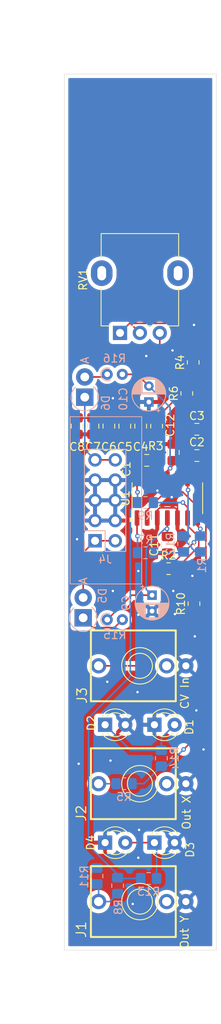
<source format=kicad_pcb>
(kicad_pcb (version 20240108) (generator "pcbnew") (generator_version "8.0")
  (layers (0 "F.Cu" signal) (31 "B.Cu" signal) (34 "B.Paste" user) (35 "F.Paste" user) (36 "B.SilkS" user "B.Silkscreen") (37 "F.SilkS" user "F.Silkscreen") (38 "B.Mask" user) (39 "F.Mask" user) (44 "Edge.Cuts" user))
  (net 0 "")
  (net 1 "Net-(U1D--)")
  (net 2 "Net-(C1-Pad2)")
  (net 3 "Net-(C2-Pad2)")
  (net 4 "Net-(U1C--)")
  (net 5 "Net-(C4-Pad2)")
  (net 6 "GND")
  (net 7 "+12V")
  (net 8 "-12V")
  (net 9 "Net-(D1-A)")
  (net 10 "Net-(D3-K)")
  (net 11 "Net-(D5-A)")
  (net 12 "Net-(D5-K)")
  (net 13 "Net-(D6-K)")
  (net 14 "Net-(D6-A)")
  (net 15 "Net-(J1-PadT)")
  (net 18 "Net-(J2-PadT)")
  (net 19 "Net-(J3-PadT)")
  (net 21 "Net-(U1A--)")
  (net 22 "Net-(U1B--)")
  (net 23 "Net-(R6-Pad2)")
  (net 24 "Net-(R12-Pad2)")
  (net 25 "Net-(R7-Pad2)")
  (footprint "Capacitor_SMD:C_0805_2012Metric_Pad1.18x1.45mm_HandSolder" (layer "F.Cu") (at 61.096 87.738 90)
    (property "Reference" "C12" (at 3.4 -0.4 -90) (layer "F.SilkS"))
    (property "Value" "100nF")
    (pad "1" smd roundrect (at -1.0375 0 90) (size 1.175 1.45) (layers "F.Cu" "F.Paste" "F.Mask") (roundrect_rratio 0.2127659574) (net 8 "-12V"))
    (pad "2" smd roundrect (at 1.0375 0 90) (size 1.175 1.45) (layers "F.Cu" "F.Paste" "F.Mask") (roundrect_rratio 0.2127659574) (net 6 "GND"))
  )
  (footprint "mort_mix:PJ398SM" (layer "F.Cu") (at 56.896 129.338)
    (property "Reference" "J2" (at -6.667471 4.851657 90) (layer "F.SilkS") (effects (font (size 1.2065 1.2065) (thickness 0.1524)) (justify left bottom)))
    (property "Value" "Out X" (at 6.445798 5.842298 90) (layer "F.SilkS") (effects (justify left bottom)))
    (pad "S" thru_hole circle (at 5.7785 0) (size 1.9304 1.9304) (drill 0.889) (layers "*.Cu" "*.Mask") (net 6 "GND"))
    (pad "T" thru_hole circle (at -5.1943 0) (size 1.9304 1.9304) (drill 1.143) (layers "*.Cu" "*.Mask") (net 18 "Net-(J2-PadT)"))
    (pad "TN" thru_hole circle (at 3.3655 0) (size 1.9304 1.9304) (drill 1.143) (layers "*.Cu" "*.Mask"))
  )
  (footprint "Resistor_SMD:R_0805_2012Metric_Pad1.20x1.40mm_HandSolder" (layer "F.Cu") (at 62.796 80.338 90)
    (property "Reference" "R6" (at 0 -1.65 -90) (layer "F.SilkS"))
    (property "Value" "560k")
    (pad "1" smd roundrect (at -1 0 90) (size 1.2 1.4) (layers "F.Cu" "F.Paste" "F.Mask") (roundrect_rratio 0.2083333333) (net 4 "Net-(U1C--)"))
    (pad "2" smd roundrect (at 1 0 90) (size 1.2 1.4) (layers "F.Cu" "F.Paste" "F.Mask") (roundrect_rratio 0.2083333333) (net 23 "Net-(R6-Pad2)"))
  )
  (footprint "Capacitor_SMD:C_0805_2012Metric_Pad1.18x1.45mm_HandSolder" (layer "F.Cu") (at 56.996 84.438 90)
    (property "Reference" "C4" (at -2.6 0 0) (layer "F.SilkS"))
    (property "Value" "10u")
    (pad "1" smd roundrect (at -1.0375 0 90) (size 1.175 1.45) (layers "F.Cu" "F.Paste" "F.Mask") (roundrect_rratio 0.2127659574) (net 6 "GND"))
    (pad "2" smd roundrect (at 1.0375 0 90) (size 1.175 1.45) (layers "F.Cu" "F.Paste" "F.Mask") (roundrect_rratio 0.2127659574) (net 5 "Net-(C4-Pad2)"))
  )
  (footprint "Capacitor_SMD:C_0805_2012Metric_Pad1.18x1.45mm_HandSolder" (layer "F.Cu") (at 54.996 84.438 90)
    (property "Reference" "C5" (at -2.6 0 0) (layer "F.SilkS"))
    (property "Value" "10u")
    (pad "1" smd roundrect (at -1.0375 0 90) (size 1.175 1.45) (layers "F.Cu" "F.Paste" "F.Mask") (roundrect_rratio 0.2127659574) (net 6 "GND"))
    (pad "2" smd roundrect (at 1.0375 0 90) (size 1.175 1.45) (layers "F.Cu" "F.Paste" "F.Mask") (roundrect_rratio 0.2127659574) (net 5 "Net-(C4-Pad2)"))
  )
  (footprint "LED_THT:LED_D3.0mm" (layer "F.Cu") (at 58.721 121.938)
    (property "Reference" "D1" (at 4.375001 0.299999 -90) (layer "F.SilkS"))
    (property "Value" "LED")
    (pad "1" thru_hole rect (at 0 0) (size 1.8 1.8) (drill 0.9) (layers "*.Cu" "*.Mask") (net 6 "GND"))
    (pad "2" thru_hole circle (at 2.54 0) (size 1.8 1.8) (drill 0.9) (layers "*.Cu" "*.Mask") (net 9 "Net-(D1-A)"))
  )
  (footprint "mort_mix:PJ398SM" (layer "F.Cu") (at 56.896 144.138)
    (property "Reference" "J1" (at -6.667471 4.651657 90) (layer "F.SilkS") (effects (font (size 1.2065 1.2065) (thickness 0.1524)) (justify left bottom)))
    (property "Value" "Out Y" (at 6.198179 5.994679 90) (layer "F.SilkS") (effects (justify left bottom)))
    (pad "S" thru_hole circle (at 5.7785 0) (size 1.9304 1.9304) (drill 0.889) (layers "*.Cu" "*.Mask") (net 6 "GND"))
    (pad "T" thru_hole circle (at -5.1943 0) (size 1.9304 1.9304) (drill 1.143) (layers "*.Cu" "*.Mask") (net 15 "Net-(J1-PadT)"))
    (pad "TN" thru_hole circle (at 3.3655 0) (size 1.9304 1.9304) (drill 1.143) (layers "*.Cu" "*.Mask"))
  )
  (footprint "Resistor_SMD:R_0805_2012Metric_Pad1.20x1.40mm_HandSolder" (layer "F.Cu") (at 58.996 84.438 -90)
    (property "Reference" "R3" (at 2.499999 0.099999 180) (layer "F.SilkS"))
    (property "Value" "1M")
    (pad "1" smd roundrect (at -1 0 270) (size 1.2 1.4) (layers "F.Cu" "F.Paste" "F.Mask") (roundrect_rratio 0.2083333333) (net 5 "Net-(C4-Pad2)"))
    (pad "2" smd roundrect (at 1 0 270) (size 1.2 1.4) (layers "F.Cu" "F.Paste" "F.Mask") (roundrect_rratio 0.2083333333) (net 1 "Net-(U1D--)"))
  )
  (footprint "Capacitor_SMD:C_0805_2012Metric_Pad1.18x1.45mm_HandSolder" (layer "F.Cu") (at 48.996 84.438 90)
    (property "Reference" "C8" (at -2.6 0 0) (layer "F.SilkS"))
    (property "Value" "10u")
    (pad "1" smd roundrect (at -1.0375 0 90) (size 1.175 1.45) (layers "F.Cu" "F.Paste" "F.Mask") (roundrect_rratio 0.2127659574) (net 6 "GND"))
    (pad "2" smd roundrect (at 1.0375 0 90) (size 1.175 1.45) (layers "F.Cu" "F.Paste" "F.Mask") (roundrect_rratio 0.2127659574) (net 5 "Net-(C4-Pad2)"))
  )
  (footprint "LED_THT:LED_D3.0mm" (layer "F.Cu") (at 58.721 136.738)
    (property "Reference" "D3" (at 4.475 0.9 90) (layer "F.SilkS"))
    (property "Value" "LED")
    (pad "1" thru_hole rect (at 0 0) (size 1.8 1.8) (drill 0.9) (layers "*.Cu" "*.Mask") (net 10 "Net-(D3-K)"))
    (pad "2" thru_hole circle (at 2.54 0) (size 1.8 1.8) (drill 0.9) (layers "*.Cu" "*.Mask") (net 6 "GND"))
  )
  (footprint "Resistor_SMD:R_0805_2012Metric_Pad1.20x1.40mm_HandSolder" (layer "F.Cu") (at 63.696 106.738 90)
    (property "Reference" "R10" (at 0 -1.65 -90) (layer "F.SilkS"))
    (property "Value" "470k")
    (pad "1" smd roundrect (at -1 0 90) (size 1.2 1.4) (layers "F.Cu" "F.Paste" "F.Mask") (roundrect_rratio 0.2083333333) (net 19 "Net-(J3-PadT)"))
    (pad "2" smd roundrect (at 1 0 90) (size 1.2 1.4) (layers "F.Cu" "F.Paste" "F.Mask") (roundrect_rratio 0.2083333333) (net 22 "Net-(U1B--)"))
  )
  (footprint "Resistor_SMD:R_0805_2012Metric_Pad1.20x1.40mm_HandSolder" (layer "F.Cu") (at 63.596 76.438 90)
    (property "Reference" "R4" (at 0 -1.65 -90) (layer "F.SilkS"))
    (property "Value" "1M")
    (pad "1" smd roundrect (at -1 0 90) (size 1.2 1.4) (layers "F.Cu" "F.Paste" "F.Mask") (roundrect_rratio 0.2083333333) (net 3 "Net-(C2-Pad2)"))
    (pad "2" smd roundrect (at 1 0 90) (size 1.2 1.4) (layers "F.Cu" "F.Paste" "F.Mask") (roundrect_rratio 0.2083333333) (net 5 "Net-(C4-Pad2)"))
  )
  (footprint "Capacitor_SMD:C_0805_2012Metric_Pad1.18x1.45mm_HandSolder" (layer "F.Cu") (at 50.996 84.438 90)
    (property "Reference" "C7" (at -2.6 0 0) (layer "F.SilkS"))
    (property "Value" "10u")
    (pad "1" smd roundrect (at -1.0375 0 90) (size 1.175 1.45) (layers "F.Cu" "F.Paste" "F.Mask") (roundrect_rratio 0.2127659574) (net 6 "GND"))
    (pad "2" smd roundrect (at 1.0375 0 90) (size 1.175 1.45) (layers "F.Cu" "F.Paste" "F.Mask") (roundrect_rratio 0.2127659574) (net 5 "Net-(C4-Pad2)"))
  )
  (footprint "mort_mix:Potentiometer_Alpha_RD901F-40-00D_Single_Vertical_withhole" (layer "F.Cu") (at 56.896 65.238 90)
    (property "Reference" "RV1" (at -0.79 -7.14 -90) (layer "F.SilkS"))
    (property "Value" "100k")
    (pad "" thru_hole oval (at 0 -4.8 180) (size 2.72 3.24) (drill oval 1.1 1.8) (layers "*.Cu" "*.Mask"))
    (pad "" thru_hole oval (at 0 4.8 180) (size 2.72 3.24) (drill oval 1.1 1.8) (layers "*.Cu" "*.Mask"))
    (pad "1" thru_hole rect (at -7.5 -2.5 180) (size 1.8 1.8) (drill 1) (layers "*.Cu" "*.Mask") (net 5 "Net-(C4-Pad2)"))
    (pad "2" thru_hole circle (at -7.5 0 180) (size 1.8 1.8) (drill 1) (layers "*.Cu" "*.Mask") (net 5 "Net-(C4-Pad2)"))
    (pad "3" thru_hole circle (at -7.5 2.5 180) (size 1.8 1.8) (drill 1) (layers "*.Cu" "*.Mask") (net 23 "Net-(R6-Pad2)"))
  )
  (footprint "LED_THT:LED_D3.0mm" (layer "F.Cu") (at 52.521 121.938)
    (property "Reference" "D2" (at -1.725 -0.2 90) (layer "F.SilkS"))
    (property "Value" "LED")
    (pad "1" thru_hole rect (at 0 0) (size 1.8 1.8) (drill 0.9) (layers "*.Cu" "*.Mask") (net 9 "Net-(D1-A)"))
    (pad "2" thru_hole circle (at 2.54 0) (size 1.8 1.8) (drill 0.9) (layers "*.Cu" "*.Mask") (net 6 "GND"))
  )
  (footprint "Capacitor_SMD:C_0805_2012Metric_Pad1.18x1.45mm_HandSolder" (layer "F.Cu") (at 64.0585 88.138)
    (property "Reference" "C2" (at 0 -1.68 0) (layer "F.SilkS"))
    (property "Value" "1u")
    (pad "1" smd roundrect (at -1.0375 0) (size 1.175 1.45) (layers "F.Cu" "F.Paste" "F.Mask") (roundrect_rratio 0.2127659574) (net 4 "Net-(U1C--)"))
    (pad "2" smd roundrect (at 1.0375 0) (size 1.175 1.45) (layers "F.Cu" "F.Paste" "F.Mask") (roundrect_rratio 0.2127659574) (net 3 "Net-(C2-Pad2)"))
  )
  (footprint "Capacitor_SMD:C_0805_2012Metric_Pad1.18x1.45mm_HandSolder" (layer "F.Cu") (at 64.0585 84.838)
    (property "Reference" "C3" (at 0 -1.68 0) (layer "F.SilkS"))
    (property "Value" "1u")
    (pad "1" smd roundrect (at -1.0375 0) (size 1.175 1.45) (layers "F.Cu" "F.Paste" "F.Mask") (roundrect_rratio 0.2127659574) (net 4 "Net-(U1C--)"))
    (pad "2" smd roundrect (at 1.0375 0) (size 1.175 1.45) (layers "F.Cu" "F.Paste" "F.Mask") (roundrect_rratio 0.2127659574) (net 3 "Net-(C2-Pad2)"))
  )
  (footprint "Capacitor_SMD:C_0805_2012Metric_Pad1.18x1.45mm_HandSolder" (layer "F.Cu") (at 60.3585 99.338 90)
    (property "Reference" "C11" (at 0 -1.68 -90) (layer "F.SilkS"))
    (property "Value" "100nF")
    (pad "1" smd roundrect (at -1.0375 0 90) (size 1.175 1.45) (layers "F.Cu" "F.Paste" "F.Mask") (roundrect_rratio 0.2127659574) (net 6 "GND"))
    (pad "2" smd roundrect (at 1.0375 0 90) (size 1.175 1.45) (layers "F.Cu" "F.Paste" "F.Mask") (roundrect_rratio 0.2127659574) (net 7 "+12V"))
  )
  (footprint "Capacitor_SMD:C_0805_2012Metric_Pad1.18x1.45mm_HandSolder" (layer "F.Cu") (at 52.996 84.438 90)
    (property "Reference" "C6" (at -2.6 0 0) (layer "F.SilkS"))
    (property "Value" "10u")
    (pad "1" smd roundrect (at -1.0375 0 90) (size 1.175 1.45) (layers "F.Cu" "F.Paste" "F.Mask") (roundrect_rratio 0.2127659574) (net 6 "GND"))
    (pad "2" smd roundrect (at 1.0375 0 90) (size 1.175 1.45) (layers "F.Cu" "F.Paste" "F.Mask") (roundrect_rratio 0.2127659574) (net 5 "Net-(C4-Pad2)"))
  )
  (footprint "Package_SO:SO-14_3.9x8.65mm_P1.27mm" (layer "F.Cu") (at 60.3485 93.5005 90)
    (property "Reference" "U1" (at 0 -5.28 -90) (layer "F.SilkS"))
    (property "Value" "TL074")
    (pad "1" smd roundrect (at -2.475 -3.81 90) (size 1.95 0.6) (layers "F.Cu" "F.Paste" "F.Mask") (net 25 "Net-(R7-Pad2)"))
    (pad "2" smd roundrect (at -2.475 -2.54 90) (size 1.95 0.6) (layers "F.Cu" "F.Paste" "F.Mask") (net 21 "Net-(U1A--)"))
    (pad "3" smd roundrect (at -2.475 -1.27 90) (size 1.95 0.6) (layers "F.Cu" "F.Paste" "F.Mask") (net 6 "GND"))
    (pad "4" smd roundrect (at -2.475 0 90) (size 1.95 0.6) (layers "F.Cu" "F.Paste" "F.Mask") (net 7 "+12V"))
    (pad "5" smd roundrect (at -2.475 1.27 90) (size 1.95 0.6) (layers "F.Cu" "F.Paste" "F.Mask") (net 6 "GND"))
    (pad "6" smd roundrect (at -2.475 2.54 90) (size 1.95 0.6) (layers "F.Cu" "F.Paste" "F.Mask") (net 22 "Net-(U1B--)"))
    (pad "7" smd roundrect (at -2.475 3.81 90) (size 1.95 0.6) (layers "F.Cu" "F.Paste" "F.Mask") (net 21 "Net-(U1A--)"))
    (pad "8" smd roundrect (at 2.475 3.81 90) (size 1.95 0.6) (layers "F.Cu" "F.Paste" "F.Mask") (net 3 "Net-(C2-Pad2)"))
    (pad "9" smd roundrect (at 2.475 2.54 90) (size 1.95 0.6) (layers "F.Cu" "F.Paste" "F.Mask") (net 4 "Net-(U1C--)"))
    (pad "10" smd roundrect (at 2.475 1.27 90) (size 1.95 0.6) (layers "F.Cu" "F.Paste" "F.Mask") (net 6 "GND"))
    (pad "11" smd roundrect (at 2.475 0 90) (size 1.95 0.6) (layers "F.Cu" "F.Paste" "F.Mask") (net 8 "-12V"))
    (pad "12" smd roundrect (at 2.475 -1.27 90) (size 1.95 0.6) (layers "F.Cu" "F.Paste" "F.Mask") (net 6 "GND"))
    (pad "13" smd roundrect (at 2.475 -2.54 90) (size 1.95 0.6) (layers "F.Cu" "F.Paste" "F.Mask") (net 1 "Net-(U1D--)"))
    (pad "14" smd roundrect (at 2.475 -3.81 90) (size 1.95 0.6) (layers "F.Cu" "F.Paste" "F.Mask") (net 2 "Net-(C1-Pad2)"))
  )
  (footprint "Resistor_SMD:R_0805_2012Metric_Pad1.20x1.40mm_HandSolder" (layer "F.Cu") (at 60.496 102.338)
    (property "Reference" "R2" (at 0 -1.65 0) (layer "F.SilkS"))
    (property "Value" "100k")
    (pad "1" smd roundrect (at -1 0) (size 1.2 1.4) (layers "F.Cu" "F.Paste" "F.Mask") (roundrect_rratio 0.2083333333) (net 21 "Net-(U1A--)"))
    (pad "2" smd roundrect (at 1 0) (size 1.2 1.4) (layers "F.Cu" "F.Paste" "F.Mask") (roundrect_rratio 0.2083333333) (net 22 "Net-(U1B--)"))
  )
  (footprint "mort_mix:PJ398SM" (layer "F.Cu") (at 56.896 114.538)
    (property "Reference" "J3" (at -6.567471 4.851657 90) (layer "F.SilkS") (effects (font (size 1.2065 1.2065) (thickness 0.1524)) (justify left bottom)))
    (property "Value" "CV In" (at 6.22675 5.52325 90) (layer "F.SilkS") (effects (justify left bottom)))
    (pad "S" thru_hole circle (at 5.7785 0) (size 1.9304 1.9304) (drill 0.889) (layers "*.Cu" "*.Mask") (net 6 "GND"))
    (pad "T" thru_hole circle (at -5.1943 0) (size 1.9304 1.9304) (drill 1.143) (layers "*.Cu" "*.Mask") (net 19 "Net-(J3-PadT)"))
    (pad "TN" thru_hole circle (at 3.3655 0) (size 1.9304 1.9304) (drill 1.143) (layers "*.Cu" "*.Mask"))
  )
  (footprint "LED_THT:LED_D3.0mm" (layer "F.Cu") (at 52.521 136.738)
    (property "Reference" "D4" (at -1.8 0 90) (layer "F.SilkS"))
    (property "Value" "LED")
    (pad "1" thru_hole rect (at 0 0) (size 1.8 1.8) (drill 0.9) (layers "*.Cu" "*.Mask") (net 6 "GND"))
    (pad "2" thru_hole circle (at 2.54 0) (size 1.8 1.8) (drill 0.9) (layers "*.Cu" "*.Mask") (net 10 "Net-(D3-K)"))
  )
  (footprint "Capacitor_SMD:C_0805_2012Metric_Pad1.18x1.45mm_HandSolder" (layer "F.Cu") (at 57.7585 88.738 180)
    (property "Reference" "C1" (at 2.5625 -1.1 -90) (layer "F.SilkS"))
    (property "Value" "1u")
    (pad "1" smd roundrect (at -1.0375 0 180) (size 1.175 1.45) (layers "F.Cu" "F.Paste" "F.Mask") (roundrect_rratio 0.2127659574) (net 1 "Net-(U1D--)"))
    (pad "2" smd roundrect (at 1.0375 0 180) (size 1.175 1.45) (layers "F.Cu" "F.Paste" "F.Mask") (roundrect_rratio 0.2127659574) (net 2 "Net-(C1-Pad2)"))
  )
  (footprint "Resistor_SMD:R_0805_2012Metric_Pad1.20x1.40mm_HandSolder" (layer "B.Cu") (at 62.396 99.238 -90)
    (property "Reference" "R12" (at 0 1.65 90) (layer "B.SilkS") (effects (justify mirror)))
    (property "Value" "4M7")
    (pad "1" smd roundrect (at -1 0 270) (size 1.2 1.4) (layers "B.Cu" "B.Paste" "B.Mask") (roundrect_rratio 0.2083333333) (net 4 "Net-(U1C--)"))
    (pad "2" smd roundrect (at 1 0 270) (size 1.2 1.4) (layers "B.Cu" "B.Paste" "B.Mask") (roundrect_rratio 0.2083333333) (net 24 "Net-(R12-Pad2)"))
  )
  (footprint "Resistor_SMD:R_0805_2012Metric_Pad1.20x1.40mm_HandSolder" (layer "B.Cu") (at 57.596 100.338 180)
    (property "Reference" "R7" (at 0 1.65 180) (layer "B.SilkS") (effects (justify mirror)))
    (property "Value" "10M")
    (pad "1" smd roundrect (at -1 0 180) (size 1.2 1.4) (layers "B.Cu" "B.Paste" "B.Mask") (roundrect_rratio 0.2083333333) (net 24 "Net-(R12-Pad2)"))
    (pad "2" smd roundrect (at 1 0 180) (size 1.2 1.4) (layers "B.Cu" "B.Paste" "B.Mask") (roundrect_rratio 0.2083333333) (net 25 "Net-(R7-Pad2)"))
  )
  (footprint "Diode_THT:D_DO-41_SOD81_P2.54mm_Vertical_AnodeUp" (layer "B.Cu") (at 49.764234 108.509766 90)
    (property "Reference" "D5" (at 2.771766 2.431766 -90) (layer "B.SilkS") (effects (justify mirror)))
    (property "Value" "1N5819")
    (fp_text user "A" (at 4.64 0 -90) (layer "B.SilkS") (effects (justify mirror)))
    (pad "1" thru_hole rect (at 0 0 90) (size 2.2 2.2) (drill 1.1) (layers "*.Cu" "*.Mask") (net 12 "Net-(D5-K)"))
    (pad "2" thru_hole oval (at 2.54 0 90) (size 2.2 2.2) (drill 1.1) (layers "*.Cu" "*.Mask") (net 11 "Net-(D5-A)"))
  )
  (footprint "Resistor_SMD:R_0805_2012Metric_Pad1.20x1.40mm_HandSolder" (layer "B.Cu") (at 57.996 141.238)
    (property "Reference" "R13" (at 0 1.65 0) (layer "B.SilkS") (effects (justify mirror)))
    (property "Value" "1k")
    (pad "1" smd roundrect (at -1 0) (size 1.2 1.4) (layers "B.Cu" "B.Paste" "B.Mask") (roundrect_rratio 0.2083333333) (net 2 "Net-(C1-Pad2)"))
    (pad "2" smd roundrect (at 1 0) (size 1.2 1.4) (layers "B.Cu" "B.Paste" "B.Mask") (roundrect_rratio 0.2083333333) (net 10 "Net-(D3-K)"))
  )
  (footprint "Resistor_THT:R_Axial_DIN0204_L3.6mm_D1.6mm_P1.90mm_Vertical" (layer "B.Cu") (at 52.786 77.938)
    (property "Reference" "R16" (at 0.91 -2 0) (layer "B.SilkS") (effects (justify mirror)))
    (property "Value" "10")
    (pad "1" thru_hole circle (at 0 0) (size 1.4 1.4) (drill 0.7) (layers "*.Cu" "*.Mask") (net 14 "Net-(D6-A)"))
    (pad "2" thru_hole oval (at 1.9 0) (size 1.4 1.4) (drill 0.7) (layers "*.Cu" "*.Mask") (net 8 "-12V"))
  )
  (footprint "Resistor_SMD:R_0805_2012Metric_Pad1.20x1.40mm_HandSolder" (layer "B.Cu") (at 64.496 99.238 90)
    (property "Reference" "R1" (at -2.7 0.2 -90) (layer "B.SilkS") (effects (justify mirror)))
    (property "Value" "6M8")
    (pad "1" smd roundrect (at -1 0 90) (size 1.2 1.4) (layers "B.Cu" "B.Paste" "B.Mask") (roundrect_rratio 0.2083333333) (net 4 "Net-(U1C--)"))
    (pad "2" smd roundrect (at 1 0 90) (size 1.2 1.4) (layers "B.Cu" "B.Paste" "B.Mask") (roundrect_rratio 0.2083333333) (net 21 "Net-(U1A--)"))
  )
  (footprint "Resistor_SMD:R_0805_2012Metric_Pad1.20x1.40mm_HandSolder" (layer "B.Cu") (at 59.596 126.138 90)
    (property "Reference" "R14" (at 0 1.65 -90) (layer "B.SilkS") (effects (justify mirror)))
    (property "Value" "1k")
    (pad "1" smd roundrect (at -1 0 90) (size 1.2 1.4) (layers "B.Cu" "B.Paste" "B.Mask") (roundrect_rratio 0.2083333333) (net 3 "Net-(C2-Pad2)"))
    (pad "2" smd roundrect (at 1 0 90) (size 1.2 1.4) (layers "B.Cu" "B.Paste" "B.Mask") (roundrect_rratio 0.2083333333) (net 9 "Net-(D1-A)"))
  )
  (footprint "Resistor_THT:R_Axial_DIN0204_L3.6mm_D1.6mm_P1.90mm_Vertical" (layer "B.Cu") (at 52.791 108.743)
    (property "Reference" "R15" (at 0.95 1.92 0) (layer "B.SilkS") (effects (justify mirror)))
    (property "Value" "10")
    (pad "1" thru_hole circle (at 0 0) (size 1.4 1.4) (drill 0.7) (layers "*.Cu" "*.Mask") (net 7 "+12V"))
    (pad "2" thru_hole oval (at 1.9 0) (size 1.4 1.4) (drill 0.7) (layers "*.Cu" "*.Mask") (net 12 "Net-(D5-K)"))
  )
  (footprint "mort_mix:PinHeader_2x05_P2.54mm_Vertical_shrouded" (layer "B.Cu") (at 51.256 98.838)
    (property "Reference" "J4" (at 1.27 2.33 0) (layer "B.SilkS") (effects (justify mirror)))
    (property "Value" "Eurorack_Power_10pin_Unshrouded")
    (pad "1" thru_hole rect (at 0 0) (size 1.7 1.7) (drill 1) (layers "*.Cu" "*.Mask") (net 11 "Net-(D5-A)"))
    (pad "2" thru_hole oval (at 2.54 0) (size 1.7 1.7) (drill 1) (layers "*.Cu" "*.Mask") (net 11 "Net-(D5-A)"))
    (pad "3" thru_hole oval (at 0 -2.54) (size 1.7 1.7) (drill 1) (layers "*.Cu" "*.Mask") (net 6 "GND"))
    (pad "4" thru_hole oval (at 2.54 -2.54) (size 1.7 1.7) (drill 1) (layers "*.Cu" "*.Mask") (net 6 "GND"))
    (pad "5" thru_hole oval (at 0 -5.08) (size 1.7 1.7) (drill 1) (layers "*.Cu" "*.Mask") (net 6 "GND"))
    (pad "6" thru_hole oval (at 2.54 -5.08) (size 1.7 1.7) (drill 1) (layers "*.Cu" "*.Mask") (net 6 "GND"))
    (pad "7" thru_hole oval (at 0 -7.62) (size 1.7 1.7) (drill 1) (layers "*.Cu" "*.Mask") (net 6 "GND"))
    (pad "8" thru_hole oval (at 2.54 -7.62) (size 1.7 1.7) (drill 1) (layers "*.Cu" "*.Mask") (net 6 "GND"))
    (pad "9" thru_hole oval (at 0 -10.16) (size 1.7 1.7) (drill 1) (layers "*.Cu" "*.Mask") (net 13 "Net-(D6-K)"))
    (pad "10" thru_hole oval (at 2.54 -10.16) (size 1.7 1.7) (drill 1) (layers "*.Cu" "*.Mask") (net 13 "Net-(D6-K)"))
  )
  (footprint "Diode_THT:D_DO-41_SOD81_P2.54mm_Vertical_AnodeUp" (layer "B.Cu") (at 49.964234 80.809766 90)
    (property "Reference" "D6" (at -0.728234 2.631766 -90) (layer "B.SilkS") (effects (justify mirror)))
    (property "Value" "1N5819")
    (fp_text user "A" (at 4.64 0 -90) (layer "B.SilkS") (effects (justify mirror)))
    (pad "1" thru_hole rect (at 0 0 90) (size 2.2 2.2) (drill 1.1) (layers "*.Cu" "*.Mask") (net 13 "Net-(D6-K)"))
    (pad "2" thru_hole oval (at 2.54 0 90) (size 2.2 2.2) (drill 1.1) (layers "*.Cu" "*.Mask") (net 14 "Net-(D6-A)"))
  )
  (footprint "Capacitor_THT:CP_Radial_D4.0mm_P2.00mm" (layer "B.Cu") (at 58.4234 105.665398 -90)
    (property "Reference" "C9" (at 1 3.25 90) (layer "B.SilkS") (effects (justify mirror)))
    (property "Value" "10uF / 25")
    (pad "1" thru_hole rect (at 0 0 270) (size 1.2 1.2) (drill 0.6) (layers "*.Cu" "*.Mask") (net 7 "+12V"))
    (pad "2" thru_hole circle (at 2 0 270) (size 1.2 1.2) (drill 0.6) (layers "*.Cu" "*.Mask") (net 6 "GND"))
  )
  (footprint "Resistor_SMD:R_0805_2012Metric_Pad1.20x1.40mm_HandSolder" (layer "B.Cu") (at 54.096 142.138 -90)
    (property "Reference" "R8" (at 2.7 -0.1 90) (layer "B.SilkS") (effects (justify mirror)))
    (property "Value" "4k7")
    (pad "1" smd roundrect (at -1 0 270) (size 1.2 1.4) (layers "B.Cu" "B.Paste" "B.Mask") (roundrect_rratio 0.2083333333) (net 2 "Net-(C1-Pad2)"))
    (pad "2" smd roundrect (at 1 0 270) (size 1.2 1.4) (layers "B.Cu" "B.Paste" "B.Mask") (roundrect_rratio 0.2083333333) (net 15 "Net-(J1-PadT)"))
  )
  (footprint "Resistor_SMD:R_0805_2012Metric_Pad1.20x1.40mm_HandSolder" (layer "B.Cu") (at 54.896 129.338)
    (property "Reference" "R5" (at 0 1.65 0) (layer "B.SilkS") (effects (justify mirror)))
    (property "Value" "1k")
    (pad "1" smd roundrect (at -1 0) (size 1.2 1.4) (layers "B.Cu" "B.Paste" "B.Mask") (roundrect_rratio 0.2083333333) (net 18 "Net-(J2-PadT)"))
    (pad "2" smd roundrect (at 1 0) (size 1.2 1.4) (layers "B.Cu" "B.Paste" "B.Mask") (roundrect_rratio 0.2083333333) (net 3 "Net-(C2-Pad2)"))
  )
  (footprint "Capacitor_THT:CP_Radial_D4.0mm_P2.00mm" (layer "B.Cu") (at 58.0234 81.410598 90)
    (property "Reference" "C10" (at 0.372598 -3.2274 -90) (layer "B.SilkS") (effects (justify mirror)))
    (property "Value" "10uF / 25")
    (pad "1" thru_hole rect (at 0 0 90) (size 1.2 1.2) (drill 0.6) (layers "*.Cu" "*.Mask") (net 6 "GND"))
    (pad "2" thru_hole circle (at 2 0 90) (size 1.2 1.2) (drill 0.6) (layers "*.Cu" "*.Mask") (net 8 "-12V"))
  )
  (footprint "Resistor_SMD:R_0805_2012Metric_Pad1.20x1.40mm_HandSolder" (layer "B.Cu") (at 57.596 94.038)
    (property "Reference" "R9" (at 0 1.65 0) (layer "B.SilkS") (effects (justify mirror)))
    (property "Value" "100k")
    (pad "1" smd roundrect (at -1 0) (size 1.2 1.4) (layers "B.Cu" "B.Paste" "B.Mask") (roundrect_rratio 0.2083333333) (net 2 "Net-(C1-Pad2)"))
    (pad "2" smd roundrect (at 1 0) (size 1.2 1.4) (layers "B.Cu" "B.Paste" "B.Mask") (roundrect_rratio 0.2083333333) (net 22 "Net-(U1B--)"))
  )
  (footprint "Resistor_SMD:R_0805_2012Metric_Pad1.20x1.40mm_HandSolder" (layer "B.Cu") (at 51.496 140.938 90)
    (property "Reference" "R11" (at -0.1 -1.6 -90) (layer "B.SilkS") (effects (justify mirror)))
    (property "Value" "4k7")
    (pad "1" smd roundrect (at -1 0 90) (size 1.2 1.4) (layers "B.Cu" "B.Paste" "B.Mask") (roundrect_rratio 0.2083333333) (net 15 "Net-(J1-PadT)"))
    (pad "2" smd roundrect (at 1 0 90) (size 1.2 1.4) (layers "B.Cu" "B.Paste" "B.Mask") (roundrect_rratio 0.2083333333) (net 6 "GND"))
  )
  (gr_rect (start 47.396 40.238) (end 66.496 150.238) (stroke (width 0.05)) (fill none) (layer "Edge.Cuts"))
  (segment (start 58.996 88.538) (end 58.796 88.738) (width 0.2) (layer "F.Cu") (net 1))
  (segment (start 58.796 88.838) (end 57.8085 89.8255) (width 0.2) (layer "F.Cu") (net 1))
  (segment (start 57.8085 89.8255) (end 57.8085 91.0255) (width 0.2) (layer "F.Cu") (net 1))
  (segment (start 58.796 88.738) (end 58.796 88.838) (width 0.2) (layer "F.Cu") (net 1))
  (segment (start 58.996 85.438) (end 58.996 88.538) (width 0.2) (layer "F.Cu") (net 1))
  (segment (start 56.721 88.738) (end 56.721 90.843) (width 0.2) (layer "F.Cu") (net 2))
  (segment (start 56.5385 91.0255) (end 56.5385 92.6805) (width 0.2) (layer "F.Cu") (net 2))
  (segment (start 56.5385 92.6805) (end 56.596 92.738) (width 0.2) (layer "F.Cu") (net 2))
  (segment (start 56.721 90.843) (end 56.5385 91.0255) (width 0.2) (layer "F.Cu") (net 2))
  (via (at 56.596 92.738) (size 0.6) (drill 0.3) (layers "F.Cu" "B.Cu") (net 2))
  (segment (start 56.596 94.038) (end 55.696 94.938) (width 0.2) (layer "B.Cu") (net 2))
  (segment (start 54.196 141.138) (end 54.296 141.238) (width 0.2) (layer "B.Cu") (net 2))
  (segment (start 55.696 115.838) (end 50.4365 121.0975) (width 0.2) (layer "B.Cu") (net 2))
  (segment (start 54.096 141.138) (end 54.196 141.138) (width 0.2) (layer "B.Cu") (net 2))
  (segment (start 54.296 141.238) (end 56.996 141.238) (width 0.2) (layer "B.Cu") (net 2))
  (segment (start 50.4365 137.0785) (end 54.096 140.738) (width 0.2) (layer "B.Cu") (net 2))
  (segment (start 55.696 94.938) (end 55.696 115.838) (width 0.2) (layer "B.Cu") (net 2))
  (segment (start 50.4365 121.0975) (end 50.4365 137.0785) (width 0.2) (layer "B.Cu") (net 2))
  (segment (start 56.596 94.038) (end 56.596 92.738) (width 0.2) (layer "B.Cu") (net 2))
  (segment (start 54.096 140.738) (end 54.096 141.138) (width 0.2) (layer "B.Cu") (net 2))
  (segment (start 65.096 90.088) (end 64.1585 91.0255) (width 0.2) (layer "F.Cu") (net 3))
  (segment (start 65.096 78.938) (end 65.096 84.838) (width 0.2) (layer "F.Cu") (net 3))
  (segment (start 65.196 92.063) (end 65.196 122.238) (width 0.2) (layer "F.Cu") (net 3))
  (segment (start 65.196 122.238) (end 62.396 125.038) (width 0.2) (layer "F.Cu") (net 3))
  (segment (start 64.1585 91.0255) (end 65.196 92.063) (width 0.2) (layer "F.Cu") (net 3))
  (segment (start 63.596 77.438) (end 65.096 78.938) (width 0.2) (layer "F.Cu") (net 3))
  (segment (start 65.096 84.838) (end 65.096 88.138) (width 0.2) (layer "F.Cu") (net 3))
  (segment (start 65.096 84.838) (end 65.096 90.088) (width 0.2) (layer "F.Cu") (net 3))
  (via (at 62.396 125.038) (size 0.6) (drill 0.3) (layers "F.Cu" "B.Cu") (net 3))
  (segment (start 60.296 127.138) (end 62.396 125.038) (width 0.2) (layer "B.Cu") (net 3))
  (segment (start 57.396 129.338) (end 59.596 127.138) (width 0.2) (layer "B.Cu") (net 3))
  (segment (start 55.896 129.338) (end 57.396 129.338) (width 0.2) (layer "B.Cu") (net 3))
  (segment (start 59.596 127.138) (end 60.296 127.138) (width 0.2) (layer "B.Cu") (net 3))
  (segment (start 62.8885 84.9705) (end 63.021 84.838) (width 0.2) (layer "F.Cu") (net 4))
  (segment (start 62.8885 92.402558) (end 62.950201 92.464259) (width 0.2) (layer "F.Cu") (net 4))
  (segment (start 62.8885 91.0255) (end 62.8885 84.9705) (width 0.2) (layer "F.Cu") (net 4))
  (segment (start 62.796 81.338) (end 62.796 84.613) (width 0.2) (layer "F.Cu") (net 4))
  (segment (start 62.796 84.613) (end 63.021 84.838) (width 0.2) (layer "F.Cu") (net 4))
  (segment (start 62.8885 91.0255) (end 62.8885 92.402558) (width 0.2) (layer "F.Cu") (net 4))
  (via (at 62.950201 92.464259) (size 0.6) (drill 0.3) (layers "F.Cu" "B.Cu") (net 4))
  (segment (start 63.396 99.738) (end 63.396 99.653256) (width 0.2) (layer "B.Cu") (net 4))
  (segment (start 62.396 98.653256) (end 62.396 98.238) (width 0.2) (layer "B.Cu") (net 4))
  (segment (start 64.496 100.238) (end 63.896 100.238) (width 0.2) (layer "B.Cu") (net 4))
  (segment (start 62.896 92.638) (end 62.896 92.51846) (width 0.2) (layer "B.Cu") (net 4))
  (segment (start 63.396 99.653256) (end 62.396 98.653256) (width 0.2) (layer "B.Cu") (net 4))
  (segment (start 62.396 98.238) (end 62.950201 97.683799) (width 0.2) (layer "B.Cu") (net 4))
  (segment (start 63.896 100.238) (end 63.396 99.738) (width 0.2) (layer "B.Cu") (net 4))
  (segment (start 62.896 92.51846) (end 62.950201 92.464259) (width 0.2) (layer "B.Cu") (net 4))
  (segment (start 62.950201 97.683799) (end 62.950201 92.464259) (width 0.2) (layer "B.Cu") (net 4))
  (segment (start 62.596 78.238) (end 62.796 78.438) (width 0.2) (layer "F.Cu") (net 5))
  (segment (start 60.696 71.538) (end 63.596 74.438) (width 0.2) (layer "F.Cu") (net 5))
  (segment (start 63.796 78.753256) (end 63.796 79.922744) (width 0.2) (layer "F.Cu") (net 5))
  (segment (start 58.996 83.438) (end 49.0335 83.438) (width 0.2) (layer "F.Cu") (net 5))
  (segment (start 62.596 76.438) (end 62.596 78.238) (width 0.2) (layer "F.Cu") (net 5))
  (segment (start 63.796 79.922744) (end 63.280744 80.438) (width 0.2) (layer "F.Cu") (net 5))
  (segment (start 61.996 80.438) (end 58.996 83.438) (width 0.2) (layer "F.Cu") (net 5))
  (segment (start 55.696 71.538) (end 55.596 71.538) (width 0.2) (layer "F.Cu") (net 5))
  (segment (start 49.0335 83.438) (end 48.996 83.4005) (width 0.2) (layer "F.Cu") (net 5))
  (segment (start 63.280744 80.438) (end 61.996 80.438) (width 0.2) (layer "F.Cu") (net 5))
  (segment (start 63.596 74.438) (end 63.596 75.438) (width 0.2) (layer "F.Cu") (net 5))
  (segment (start 63.596 75.438) (end 62.596 76.438) (width 0.2) (layer "F.Cu") (net 5))
  (segment (start 55.596 71.538) (end 60.696 71.538) (width 0.2) (layer "F.Cu") (net 5))
  (segment (start 54.396 72.738) (end 55.596 71.538) (width 0.2) (layer "F.Cu") (net 5))
  (segment (start 62.796 78.438) (end 63.480744 78.438) (width 0.2) (layer "F.Cu") (net 5))
  (segment (start 63.480744 78.438) (end 63.796 78.753256) (width 0.2) (layer "F.Cu") (net 5))
  (segment (start 56.896 72.738) (end 55.696 71.538) (width 0.2) (layer "F.Cu") (net 5))
  (segment (start 61.318499 92.3005) (end 59.3335 92.3005) (width 0.2) (layer "F.Cu") (net 6))
  (segment (start 59.0785 95.000501) (end 59.378501 94.7005) (width 0.2) (layer "F.Cu") (net 6))
  (segment (start 59.0785 95.9755) (end 59.0785 95.000501) (width 0.2) (layer "F.Cu") (net 6))
  (segment (start 57.9335 84.538) (end 56.996 85.4755) (width 0.2) (layer "F.Cu") (net 6))
  (segment (start 61.096 86.7005) (end 61.096 85.953256) (width 0.2) (layer "F.Cu") (net 6))
  (segment (start 61.096 85.953256) (end 59.680744 84.538) (width 0.2) (layer "F.Cu") (net 6))
  (segment (start 61.6185 91.0255) (end 61.6185 92.000499) (width 0.2) (layer "F.Cu") (net 6))
  (segment (start 61.6185 95.9755) (end 61.6185 94.073) (width 0.2) (layer "F.Cu") (net 6))
  (segment (start 59.680744 84.538) (end 57.9335 84.538) (width 0.2) (layer "F.Cu") (net 6))
  (segment (start 59.3335 92.3005) (end 59.096 92.538) (width 0.2) (layer "F.Cu") (net 6))
  (segment (start 61.6185 94.073) (end 60.896 93.3505) (width 0.2) (layer "F.Cu") (net 6))
  (segment (start 61.6185 95.000501) (end 61.6185 95.9755) (width 0.2) (layer "F.Cu") (net 6))
  (segment (start 61.318499 94.7005) (end 61.6185 95.000501) (width 0.2) (layer "F.Cu") (net 6))
  (segment (start 59.378501 94.7005) (end 61.318499 94.7005) (width 0.2) (layer "F.Cu") (net 6))
  (segment (start 61.6185 92.000499) (end 61.318499 92.3005) (width 0.2) (layer "F.Cu") (net 6))
  (via (at 63.696 71.738) (size 0.6) (drill 0.3) (layers "F.Cu" "B.Cu") (net 6))
  (via (at 64.896 125.038) (size 0.6) (drill 0.3) (layers "F.Cu" "B.Cu") (net 6))
  (via (at 56.696 108.138) (size 0.6) (drill 0.3) (layers "F.Cu" "B.Cu") (net 6))
  (via (at 63.996 120.138) (size 0.6) (drill 0.3) (layers "F.Cu" "B.Cu") (net 6))
  (via (at 56.696 138.638) (size 0.6) (drill 0.3) (layers "F.Cu" "B.Cu") (net 6))
  (via (at 61.096 105.138) (size 0.6) (drill 0.3) (layers "F.Cu" "B.Cu") (net 6))
  (via (at 52.796 116.538) (size 0.6) (drill 0.3) (layers "F.Cu" "B.Cu") (net 6))
  (via (at 60.896 93.3505) (size 0.6) (drill 0.3) (layers "F.Cu" "B.Cu") (net 6))
  (via (at 59.096 92.538) (size 0.6) (drill 0.3) (layers "F.Cu" "B.Cu") (net 6))
  (via (at 49.196 126.838) (size 0.6) (drill 0.3) (layers "F.Cu" "B.Cu") (net 6))
  (via (at 57.696 75.638) (size 0.6) (drill 0.3) (layers "F.Cu" "B.Cu") (net 6))
  (via (at 63.496 103.238) (size 0.6) (drill 0.3) (layers "F.Cu" "B.Cu") (net 6))
  (via (at 56.596 117.838) (size 0.6) (drill 0.3) (layers "F.Cu" "B.Cu") (net 6))
  (via (at 56.796 135.138) (size 0.6) (drill 0.3) (layers "F.Cu" "B.Cu") (net 6))
  (via (at 63.796 110.838) (size 0.6) (drill 0.3) (layers "F.Cu" "B.Cu") (net 6))
  (via (at 48.996 98.638) (size 0.6) (drill 0.3) (layers "F.Cu" "B.Cu") (net 6))
  (via (at 61.296 108.038) (size 0.6) (drill 0.3) (layers "F.Cu" "B.Cu") (net 6))
  (via (at 55.996 144.438) (size 0.6) (drill 0.3) (layers "F.Cu" "B.Cu") (net 6))
  (via (at 53.496 105.138) (size 0.6) (drill 0.3) (layers "F.Cu" "B.Cu") (net 6))
  (via (at 60.996 74.938) (size 0.6) (drill 0.3) (layers "F.Cu" "B.Cu") (net 6))
  (via (at 53.196 126.438) (size 0.6) (drill 0.3) (layers "F.Cu" "B.Cu") (net 6))
  (via (at 56.696 102.638) (size 0.6) (drill 0.3) (layers "F.Cu" "B.Cu") (net 6))
  (via (at 53.496 80.938) (size 0.6) (drill 0.3) (layers "F.Cu" "B.Cu") (net 6))
  (segment (start 58.4234 105.665398) (end 55.868602 105.665398) (width 0.2) (layer "F.Cu") (net 7))
  (segment (start 60.3485 97.3905) (end 60.3485 98.2905) (width 0.2) (layer "F.Cu") (net 7))
  (segment (start 60.296 97.338) (end 60.3485 97.3905) (width 0.2) (layer "F.Cu") (net 7))
  (segment (start 60.3485 95.9755) (end 60.3485 97.2855) (width 0.2) (layer "F.Cu") (net 7))
  (segment (start 60.3485 97.2855) (end 60.296 97.338) (width 0.2) (layer "F.Cu") (net 7))
  (segment (start 60.3485 98.2905) (end 60.3585 98.3005) (width 0.2) (layer "F.Cu") (net 7))
  (segment (start 55.868602 105.665398) (end 52.791 108.743) (width 0.2) (layer "F.Cu") (net 7))
  (via (at 60.296 97.338) (size 0.6) (drill 0.3) (layers "F.Cu" "B.Cu") (net 7))
  (segment (start 60.296 97.338) (end 60.011256 97.338) (width 0.2) (layer "B.Cu") (net 7))
  (segment (start 60.011256 97.338) (end 57.696 99.653256) (width 0.2) (layer "B.Cu") (net 7))
  (segment (start 57.696 99.653256) (end 57.696 104.937998) (width 0.2) (layer "B.Cu") (net 7))
  (segment (start 57.696 104.937998) (end 58.4234 105.665398) (width 0.2) (layer "B.Cu") (net 7))
  (segment (start 60.696 89.703001) (end 61.096 89.303001) (width 0.2) (layer "F.Cu") (net 8))
  (segment (start 60.696 89.738) (end 60.696 89.703001) (width 0.2) (layer "F.Cu") (net 8))
  (segment (start 60.3485 91.0255) (end 60.3485 90.050501) (width 0.2) (layer "F.Cu") (net 8))
  (segment (start 60.3485 90.050501) (end 60.661001 89.738) (width 0.2) (layer "F.Cu") (net 8))
  (segment (start 56.550802 77.938) (end 58.0234 79.410598) (width 0.2) (layer "F.Cu") (net 8))
  (segment (start 60.661001 89.738) (end 60.696 89.738) (width 0.2) (layer "F.Cu") (net 8))
  (segment (start 61.096 89.303001) (end 61.096 88.7755) (width 0.2) (layer "F.Cu") (net 8))
  (segment (start 54.686 77.938) (end 56.550802 77.938) (width 0.2) (layer "F.Cu") (net 8))
  (via (at 60.696 89.738) (size 0.6) (drill 0.3) (layers "F.Cu" "B.Cu") (net 8))
  (segment (start 60.696 89.738) (end 60.696 82.083198) (width 0.2) (layer "B.Cu") (net 8))
  (segment (start 60.696 82.083198) (end 58.0234 79.410598) (width 0.2) (layer "B.Cu") (net 8))
  (segment (start 59.596 125.138) (end 55.721 125.138) (width 0.2) (layer "B.Cu") (net 9))
  (segment (start 59.596 125.138) (end 59.596 123.603) (width 0.2) (layer "B.Cu") (net 9))
  (segment (start 59.596 123.603) (end 61.261 121.938) (width 0.2) (layer "B.Cu") (net 9))
  (segment (start 55.721 125.138) (end 52.521 121.938) (width 0.2) (layer "B.Cu") (net 9))
  (segment (start 55.061 136.738) (end 58.721 136.738) (width 0.2) (layer "F.Cu") (net 10))
  (segment (start 58.996 137.013) (end 58.721 136.738) (width 0.2) (layer "B.Cu") (net 10))
  (segment (start 58.996 141.238) (end 58.996 137.013) (width 0.2) (layer "B.Cu") (net 10))
  (segment (start 49.764234 100.329766) (end 51.256 98.838) (width 0.2) (layer "F.Cu") (net 11))
  (segment (start 53.796 98.838) (end 51.256 98.838) (width 0.2) (layer "F.Cu") (net 11))
  (segment (start 49.764234 105.969766) (end 49.764234 100.329766) (width 0.2) (layer "F.Cu") (net 11))
  (segment (start 53.691 109.743) (end 50.997468 109.743) (width 0.2) (layer "F.Cu") (net 12))
  (segment (start 54.691 108.743) (end 53.691 109.743) (width 0.2) (layer "F.Cu") (net 12))
  (segment (start 50.997468 109.743) (end 49.764234 108.509766) (width 0.2) (layer "F.Cu") (net 12))
  (segment (start 53.796 88.678) (end 51.256 88.678) (width 0.2) (layer "F.Cu") (net 13))
  (segment (start 51.256 88.678) (end 49.964234 87.386234) (width 0.2) (layer "B.Cu") (net 13))
  (segment (start 49.964234 87.386234) (end 49.964234 80.809766) (width 0.2) (layer "B.Cu") (net 13))
  (segment (start 52.454234 78.269766) (end 52.786 77.938) (width 0.2) (layer "F.Cu") (net 14))
  (segment (start 49.964234 78.269766) (end 52.454234 78.269766) (width 0.2) (layer "F.Cu") (net 14))
  (segment (start 51.7017 144.138) (end 51.7017 142.1437) (width 0.2) (layer "B.Cu") (net 15))
  (segment (start 51.7017 144.138) (end 53.096 144.138) (width 0.2) (layer "B.Cu") (net 15))
  (segment (start 53.096 144.138) (end 54.096 143.138) (width 0.2) (layer "B.Cu") (net 15))
  (segment (start 51.7017 142.1437) (end 51.496 141.938) (width 0.2) (layer "B.Cu") (net 15))
  (segment (start 53.896 129.338) (end 51.7017 129.338) (width 0.2) (layer "B.Cu") (net 18))
  (segment (start 63.696 107.738) (end 56.896 114.538) (width 0.2) (layer "F.Cu") (net 19))
  (segment (start 56.896 114.538) (end 51.7017 114.538) (width 0.2) (layer "F.Cu") (net 19))
  (segment (start 64.1585 94.581261) (end 64.1585 95.9755) (width 0.2) (layer "F.Cu") (net 21))
  (segment (start 60.108501 92.7005) (end 62.277739 92.7005) (width 0.2) (layer "F.Cu") (net 21))
  (segment (start 62.277739 92.7005) (end 64.1585 94.581261) (width 0.2) (layer "F.Cu") (net 21))
  (segment (start 57.8085 95.9755) (end 57.8085 95.000501) (width 0.2) (layer "F.Cu") (net 21))
  (segment (start 64.1585 95.9755) (end 64.1585 97.000504) (width 0.2) (layer "F.Cu") (net 21))
  (segment (start 59.496 102.338) (end 60.571 101.263) (width 0.2) (layer "F.Cu") (net 21))
  (segment (start 61.471 101.263) (end 63.696 99.038) (width 0.2) (layer "F.Cu") (net 21))
  (segment (start 57.8085 95.000501) (end 60.108501 92.7005) (width 0.2) (layer "F.Cu") (net 21))
  (segment (start 64.1585 97.000504) (end 64.496 97.338004) (width 0.2) (layer "F.Cu") (net 21))
  (segment (start 60.571 101.263) (end 61.471 101.263) (width 0.2) (layer "F.Cu") (net 21))
  (via (at 63.696 99.038) (size 0.6) (drill 0.3) (layers "F.Cu" "B.Cu") (net 21))
  (via (at 64.496 97.338004) (size 0.6) (drill 0.3) (layers "F.Cu" "B.Cu") (net 21))
  (segment (start 64.496 98.238) (end 64.496 97.338004) (width 0.2) (layer "B.Cu") (net 21))
  (segment (start 63.696 99.038) (end 63.596 99.138) (width 0.2) (layer "B.Cu") (net 21))
  (segment (start 64.496 98.238) (end 63.696 99.038) (width 0.2) (layer "B.Cu") (net 21))
  (segment (start 64.296 98.357999) (end 62.8885 96.950499) (width 0.2) (layer "F.Cu") (net 22))
  (segment (start 64.296 99.538) (end 64.296 98.357999) (width 0.2) (layer "F.Cu") (net 22))
  (segment (start 62.8885 94.630511) (end 62.296 94.038011) (width 0.2) (layer "F.Cu") (net 22))
  (segment (start 61.496 102.338) (end 64.296 99.538) (width 0.2) (layer "F.Cu") (net 22))
  (segment (start 62.8885 95.9755) (end 62.8885 94.630511) (width 0.2) (layer "F.Cu") (net 22))
  (segment (start 63.696 105.738) (end 61.496 103.538) (width 0.2) (layer "F.Cu") (net 22))
  (segment (start 62.8885 96.950499) (end 62.8885 95.9755) (width 0.2) (layer "F.Cu") (net 22))
  (segment (start 61.496 103.538) (end 61.496 102.338) (width 0.2) (layer "F.Cu") (net 22))
  (via (at 62.296 94.038011) (size 0.6) (drill 0.3) (layers "F.Cu" "B.Cu") (net 22))
  (segment (start 58.596 94.038) (end 62.295989 94.038) (width 0.2) (layer "B.Cu") (net 22))
  (segment (start 62.295989 94.038) (end 62.296 94.038011) (width 0.2) (layer "B.Cu") (net 22))
  (segment (start 59.396 75.938) (end 62.796 79.338) (width 0.2) (layer "F.Cu") (net 23))
  (segment (start 59.396 72.738) (end 59.396 75.938) (width 0.2) (layer "F.Cu") (net 23))
  (segment (start 62.296 100.338) (end 62.396 100.238) (width 0.2) (layer "B.Cu") (net 24))
  (segment (start 58.596 100.338) (end 62.296 100.338) (width 0.2) (layer "B.Cu") (net 24))
  (segment (start 56.5385 98.1805) (end 56.596 98.238) (width 0.2) (layer "F.Cu") (net 25))
  (segment (start 56.5385 95.9755) (end 56.5385 98.1805) (width 0.2) (layer "F.Cu") (net 25))
  (via (at 56.596 98.238) (size 0.6) (drill 0.3) (layers "F.Cu" "B.Cu") (net 25))
  (segment (start 56.596 100.338) (end 56.596 98.238) (width 0.2) (layer "B.Cu") (net 25))
  (zone (net 6) (net_name "GND") (layers "F&B.Cu") (connect_pads (clearance 0.5)) (min_thickness 0.25) (fill yes (thermal_gap 0.5) (thermal_bridge_width 0.5))
    (polygon (pts (xy 66.496 40.238) (xy 47.396 40.238) (xy 47.396 150.238) (xy 66.496 150.238)))
  )
)
</source>
